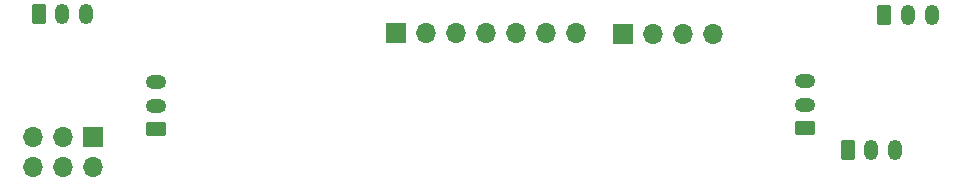
<source format=gbs>
G04 #@! TF.GenerationSoftware,KiCad,Pcbnew,7.0.2-0*
G04 #@! TF.CreationDate,2024-01-02T14:26:46-05:00*
G04 #@! TF.ProjectId,GTV,4754562e-6b69-4636-9164-5f7063625858,rev?*
G04 #@! TF.SameCoordinates,Original*
G04 #@! TF.FileFunction,Soldermask,Bot*
G04 #@! TF.FilePolarity,Negative*
%FSLAX46Y46*%
G04 Gerber Fmt 4.6, Leading zero omitted, Abs format (unit mm)*
G04 Created by KiCad (PCBNEW 7.0.2-0) date 2024-01-02 14:26:46*
%MOMM*%
%LPD*%
G01*
G04 APERTURE LIST*
G04 Aperture macros list*
%AMRoundRect*
0 Rectangle with rounded corners*
0 $1 Rounding radius*
0 $2 $3 $4 $5 $6 $7 $8 $9 X,Y pos of 4 corners*
0 Add a 4 corners polygon primitive as box body*
4,1,4,$2,$3,$4,$5,$6,$7,$8,$9,$2,$3,0*
0 Add four circle primitives for the rounded corners*
1,1,$1+$1,$2,$3*
1,1,$1+$1,$4,$5*
1,1,$1+$1,$6,$7*
1,1,$1+$1,$8,$9*
0 Add four rect primitives between the rounded corners*
20,1,$1+$1,$2,$3,$4,$5,0*
20,1,$1+$1,$4,$5,$6,$7,0*
20,1,$1+$1,$6,$7,$8,$9,0*
20,1,$1+$1,$8,$9,$2,$3,0*%
G04 Aperture macros list end*
%ADD10R,1.700000X1.700000*%
%ADD11O,1.700000X1.700000*%
%ADD12RoundRect,0.250000X-0.350000X-0.625000X0.350000X-0.625000X0.350000X0.625000X-0.350000X0.625000X0*%
%ADD13O,1.200000X1.750000*%
%ADD14RoundRect,0.250000X0.625000X-0.350000X0.625000X0.350000X-0.625000X0.350000X-0.625000X-0.350000X0*%
%ADD15O,1.750000X1.200000*%
G04 APERTURE END LIST*
D10*
X134700000Y-114860000D03*
D11*
X134700000Y-117400000D03*
X132160000Y-114860000D03*
X132160000Y-117400000D03*
X129620000Y-114860000D03*
X129620000Y-117400000D03*
D12*
X201700000Y-104600000D03*
D13*
X203700000Y-104600000D03*
X205700000Y-104600000D03*
D10*
X160390000Y-106110000D03*
D11*
X162930000Y-106110000D03*
X165470000Y-106110000D03*
X168010000Y-106110000D03*
X170550000Y-106110000D03*
X173090000Y-106110000D03*
X175630000Y-106110000D03*
D10*
X179570000Y-106190000D03*
D11*
X182110000Y-106190000D03*
X184650000Y-106190000D03*
X187190000Y-106190000D03*
D12*
X130100000Y-104500000D03*
D13*
X132100000Y-104500000D03*
X134100000Y-104500000D03*
D12*
X198590000Y-115960000D03*
D13*
X200590000Y-115960000D03*
X202590000Y-115960000D03*
D14*
X195010000Y-114160000D03*
D15*
X195010000Y-112160000D03*
X195010000Y-110160000D03*
D14*
X140080000Y-114240000D03*
D15*
X140080000Y-112240000D03*
X140080000Y-110240000D03*
M02*

</source>
